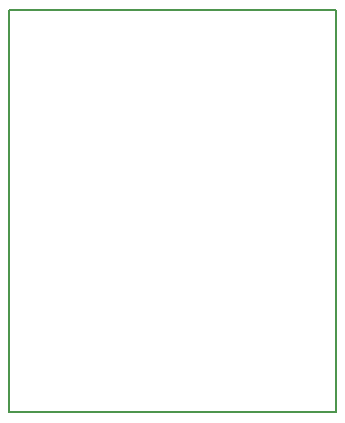
<source format=gbr>
%TF.GenerationSoftware,KiCad,Pcbnew,(5.1.6-0-10_14)*%
%TF.CreationDate,2020-12-10T12:41:56-07:00*%
%TF.ProjectId,DX7-JTAG,4458372d-4a54-4414-972e-6b696361645f,rev?*%
%TF.SameCoordinates,Original*%
%TF.FileFunction,Profile,NP*%
%FSLAX46Y46*%
G04 Gerber Fmt 4.6, Leading zero omitted, Abs format (unit mm)*
G04 Created by KiCad (PCBNEW (5.1.6-0-10_14)) date 2020-12-10 12:41:56*
%MOMM*%
%LPD*%
G01*
G04 APERTURE LIST*
%TA.AperFunction,Profile*%
%ADD10C,0.150000*%
%TD*%
G04 APERTURE END LIST*
D10*
X52475000Y-21625000D02*
X52475000Y-55626000D01*
X24789000Y-21625000D02*
X24789000Y-55626000D01*
X24789000Y-55626000D02*
X52475000Y-55626000D01*
X24789000Y-21625000D02*
X52475000Y-21625000D01*
M02*

</source>
